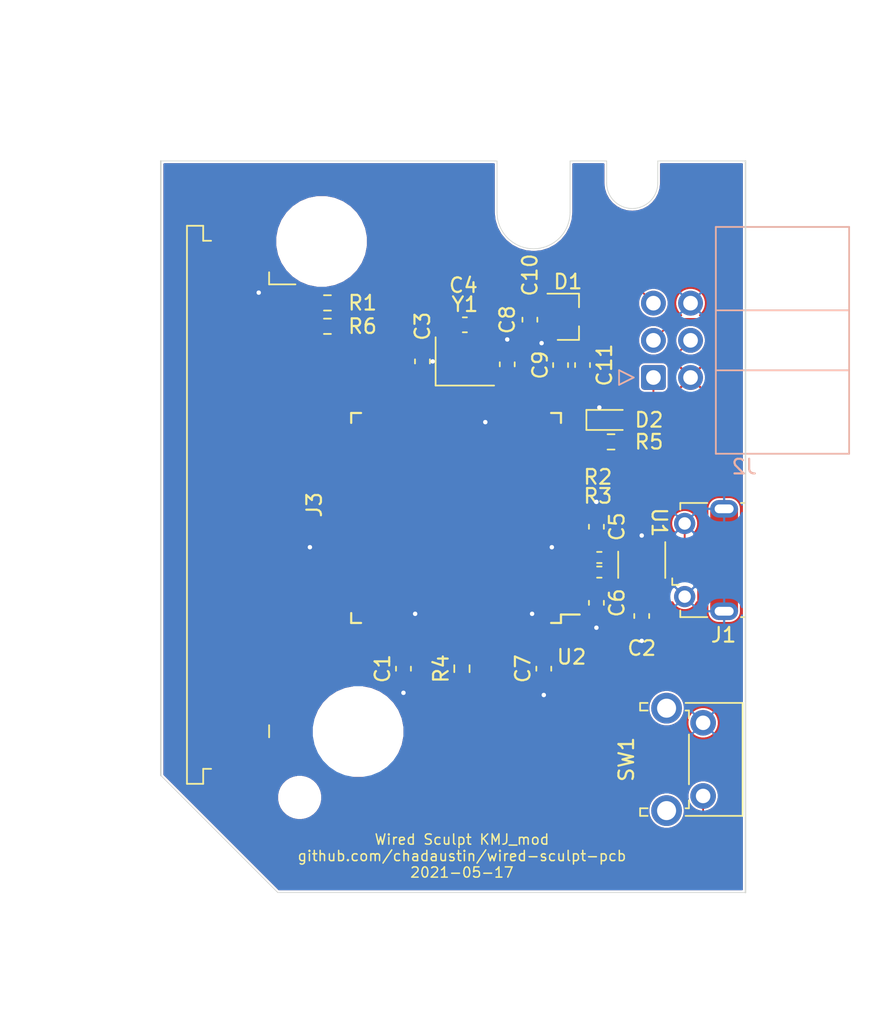
<source format=kicad_pcb>
(kicad_pcb (version 20171130) (host pcbnew "(5.1.9)-1")
  (layers (0 F.Cu signal) (31 B.Cu signal) (34 B.Paste user) (35 F.Paste user) (36 B.SilkS user) (37 F.SilkS user) (38 B.Mask user) (39 F.Mask user) (44 Edge.Cuts user))
  (net 0 "")
  (net 1 GND)
  (net 2 "Net-(J1-Pad4)")
  (net 3 LED)
  (net 4 MISO)
  (net 5 MOSI)
  (net 6 SCK)
  (net 7 RST)
  (net 8 "Net-(C4-Pad1)")
  (net 9 VBUS)
  (net 10 /D+)
  (net 11 /D-)
  (net 12 "Net-(C3-Pad1)")
  (net 13 "Net-(C5-Pad1)")
  (net 14 "Net-(C10-Pad2)")
  (net 15 "Net-(D2-Pad2)")
  (net 16 /FN_SW)
  (net 17 /ROW_1)
  (net 18 /ROW_2)
  (net 19 /ROW_3)
  (net 20 /ROW_4)
  (net 21 /ROW_5)
  (net 22 /ROW_6)
  (net 23 /ROW_7)
  (net 24 /ROW_8)
  (net 25 /COL_1)
  (net 26 /COL_2)
  (net 27 /COL_3)
  (net 28 /COL_4)
  (net 29 /COL_5)
  (net 30 /COL_6)
  (net 31 /COL_7)
  (net 32 /COL_8)
  (net 33 /COL_9)
  (net 34 /COL_10)
  (net 35 /COL_11)
  (net 36 /COL_12)
  (net 37 /COL_13)
  (net 38 /COL_14)
  (net 39 /COL_15)
  (net 40 /COL_16)
  (net 41 /COL_17)
  (net 42 /COL_18)
  (net 43 /GREEN_K)
  (net 44 /RED_A)
  (net 45 "Net-(R6-Pad2)")
  (net 46 "Net-(U2-Pad1)")
  (net 47 "Net-(U2-Pad2)")
  (net 48 "Net-(U2-Pad9)")
  (net 49 "Net-(U2-Pad10)")
  (net 50 "Net-(U2-Pad14)")
  (net 51 "Net-(U2-Pad18)")
  (net 52 "Net-(U2-Pad19)")
  (net 53 "Net-(U2-Pad25)")
  (net 54 "Net-(U2-Pad26)")
  (net 55 "Net-(U2-Pad27)")
  (net 56 "Net-(U2-Pad58)")
  (net 57 "Net-(U2-Pad59)")
  (net 58 "Net-(U2-Pad60)")
  (net 59 "Net-(U2-Pad61)")
  (net 60 "Net-(U2-Pad62)")
  (net 61 "Net-(C11-Pad2)")
  (net 62 "Net-(C11-Pad1)")
  (net 63 "Net-(U1-Pad3)")
  (net 64 "Net-(U1-Pad4)")
  (net 65 /DZ+)
  (net 66 /DZ-)
  (module kmj_custom:SW_Tactile_SPST_Angled_MJTP1117 (layer F.Cu) (at 157.1 70.9 270)
    (fp_text reference SW1 (at 0 5.25 90) (layer F.SilkS))
    (fp_text value MJTP1117)
    (pad "" thru_hole circle (at -3.5 2.5 270) (size 2.1 2.1) (drill 1.3) (layers *.Cu *.Mask))
    (pad 1 thru_hole circle (at -2.5 0 270) (size 1.75 1.75) (drill 0.99) (layers *.Cu *.Mask) (net 1 GND))
    (pad 2 thru_hole circle (at 2.5 0 270) (size 1.75 1.75) (drill 0.99) (layers *.Cu *.Mask) (net 7 RST))
    (pad "" thru_hole circle (at 3.5 2.5 270) (size 2.1 2.1) (drill 1.3) (layers *.Cu *.Mask))
  )
  (module Package_TO_SOT_SMD:SOT-23 (layer F.Cu) (at 147.85 40.65)
    (fp_text reference D1 (at 0 -2.4) (layer F.SilkS))
    (fp_text value BAV99)
    (pad 3 smd rect (at 1 0) (size 0.9 0.8) (layers F.Cu F.Paste F.Mask) (net 62 "Net-(C11-Pad1)"))
    (pad 2 smd rect (at -1 0.95) (size 0.9 0.8) (layers F.Cu F.Paste F.Mask) (net 1 GND))
    (pad 1 smd rect (at -1 -0.95) (size 0.9 0.8) (layers F.Cu F.Paste F.Mask) (net 14 "Net-(C10-Pad2)"))
  )
  (module Connector_IDC:IDC-Header_2x03_P2.54mm_Horizontal (layer B.Cu) (at 153.7 44.8)
    (fp_text reference J2 (at 6.215 6.1) (layer B.SilkS) (effects (justify mirror)))
    (fp_text value "AVR-ISP-6 - NOT FITTED")
    (pad 6 thru_hole circle (at 2.54 -5.08) (size 1.7 1.7) (drill 1) (layers *.Cu *.Mask) (net 1 GND))
    (pad 4 thru_hole circle (at 2.54 -2.54) (size 1.7 1.7) (drill 1) (layers *.Cu *.Mask) (net 5 MOSI))
    (pad 2 thru_hole circle (at 2.54 0) (size 1.7 1.7) (drill 1) (layers *.Cu *.Mask) (net 9 VBUS))
    (pad 5 thru_hole circle (at 0 -5.08) (size 1.7 1.7) (drill 1) (layers *.Cu *.Mask) (net 7 RST))
    (pad 3 thru_hole circle (at 0 -2.54) (size 1.7 1.7) (drill 1) (layers *.Cu *.Mask) (net 6 SCK))
    (pad 1 thru_hole roundrect (at 0 0) (size 1.7 1.7) (drill 1) (layers *.Cu *.Mask) (roundrect_rratio 0.1470588235294118) (net 4 MISO))
  )
  (module Crystal:Crystal_SMD_3225-4Pin_3.2x2.5mm (layer F.Cu) (at 140.8 43.7)
    (fp_text reference Y1 (at 0 -3.9) (layer F.SilkS))
    (fp_text value 16M)
    (pad 4 smd rect (at -1.1 -0.85) (size 1.4 1.2) (layers F.Cu F.Paste F.Mask) (net 1 GND))
    (pad 3 smd rect (at 1.1 -0.85) (size 1.4 1.2) (layers F.Cu F.Paste F.Mask) (net 8 "Net-(C4-Pad1)"))
    (pad 2 smd rect (at 1.1 0.85) (size 1.4 1.2) (layers F.Cu F.Paste F.Mask) (net 1 GND))
    (pad 1 smd rect (at -1.1 0.85) (size 1.4 1.2) (layers F.Cu F.Paste F.Mask) (net 12 "Net-(C3-Pad1)"))
  )
  (module Resistor_SMD:R_0603_1608Metric (layer F.Cu) (at 131.4 41.3)
    (fp_text reference R6 (at 2.4 0) (layer F.SilkS))
    (fp_text value 680)
    (pad 2 smd roundrect (at 0.825 0) (size 0.8 0.95) (layers F.Cu F.Paste F.Mask) (net 45 "Net-(R6-Pad2)"))
    (pad 1 smd roundrect (at -0.825 0) (size 0.8 0.95) (layers F.Cu F.Paste F.Mask) (net 44 /RED_A))
  )
  (module Resistor_SMD:R_0603_1608Metric (layer F.Cu) (at 150.8 49.2 180)
    (fp_text reference R5 (at -2.6 0) (layer F.SilkS))
    (fp_text value 680)
    (pad 2 smd roundrect (at 0.825 0 180) (size 0.8 0.95) (layers F.Cu F.Paste F.Mask) (net 3 LED))
    (pad 1 smd roundrect (at -0.825 0 180) (size 0.8 0.95) (layers F.Cu F.Paste F.Mask) (net 15 "Net-(D2-Pad2)"))
  )
  (module Resistor_SMD:R_0402_1005Metric (layer F.Cu) (at 150 58.1)
    (fp_text reference R3 (at -0.1 -5.2) (layer F.SilkS))
    (fp_text value 22)
    (pad 2 smd roundrect (at 0.51 0) (size 0.54 0.64) (layers F.Cu F.Paste F.Mask) (net 11 /D-))
    (pad 1 smd roundrect (at -0.51 0) (size 0.54 0.64) (layers F.Cu F.Paste F.Mask) (net 66 /DZ-))
  )
  (module Resistor_SMD:R_0402_1005Metric (layer F.Cu) (at 150 57.1)
    (fp_text reference R2 (at -0.1 -5.5) (layer F.SilkS))
    (fp_text value 22)
    (pad 2 smd roundrect (at 0.51 0) (size 0.54 0.64) (layers F.Cu F.Paste F.Mask) (net 10 /D+))
    (pad 1 smd roundrect (at -0.51 0) (size 0.54 0.64) (layers F.Cu F.Paste F.Mask) (net 65 /DZ+))
  )
  (module Resistor_SMD:R_0603_1608Metric (layer F.Cu) (at 131.4 39.7)
    (fp_text reference R1 (at 2.4 0) (layer F.SilkS))
    (fp_text value 100)
    (pad 2 smd roundrect (at 0.825 0) (size 0.8 0.95) (layers F.Cu F.Paste F.Mask) (net 14 "Net-(C10-Pad2)"))
    (pad 1 smd roundrect (at -0.825 0) (size 0.8 0.95) (layers F.Cu F.Paste F.Mask) (net 43 /GREEN_K))
  )
  (module Capacitor_SMD:C_0603_1608Metric (layer F.Cu) (at 148.85 43.95 270)
    (fp_text reference C11 (at 0 -1.5 90) (layer F.SilkS))
    (fp_text value 22u)
    (pad 2 smd roundrect (at 0.775 0 270) (size 0.9 0.95) (layers F.Cu F.Paste F.Mask) (net 61 "Net-(C11-Pad2)"))
    (pad 1 smd roundrect (at -0.775 0 270) (size 0.9 0.95) (layers F.Cu F.Paste F.Mask) (net 62 "Net-(C11-Pad1)"))
  )
  (module Capacitor_SMD:C_0603_1608Metric (layer F.Cu) (at 136.6 64.7 90)
    (fp_text reference C1 (at 0 -1.43 90) (layer F.SilkS))
    (fp_text value 100n)
    (pad 2 smd roundrect (at 0.775 0 90) (size 0.9 0.95) (layers F.Cu F.Paste F.Mask) (net 9 VBUS))
    (pad 1 smd roundrect (at -0.775 0 90) (size 0.9 0.95) (layers F.Cu F.Paste F.Mask) (net 1 GND))
  )
  (module Package_QFP:TQFP-64_14x14mm_P0.8mm (layer F.Cu) (at 140.2 54.4 180)
    (fp_text reference U2 (at -7.9 -9.5) (layer F.SilkS))
    (fp_text value AT90USB1286-AU)
    (pad 1 smd rect (at -7.7 -6 180) (size 1.5 0.55) (layers F.Cu F.Paste F.Mask) (net 46 "Net-(U2-Pad1)"))
    (pad 2 smd rect (at -7.7 -5.2 180) (size 1.5 0.55) (layers F.Cu F.Paste F.Mask) (net 47 "Net-(U2-Pad2)"))
    (pad 3 smd rect (at -7.7 -4.4 180) (size 1.5 0.55) (layers F.Cu F.Paste F.Mask) (net 9 VBUS))
    (pad 4 smd rect (at -7.7 -3.6 180) (size 1.5 0.55) (layers F.Cu F.Paste F.Mask) (net 66 /DZ-))
    (pad 5 smd rect (at -7.7 -2.8 180) (size 1.5 0.55) (layers F.Cu F.Paste F.Mask) (net 65 /DZ+))
    (pad 6 smd rect (at -7.7 -2 180) (size 1.5 0.55) (layers F.Cu F.Paste F.Mask) (net 1 GND))
    (pad 7 smd rect (at -7.7 -1.2 180) (size 1.5 0.55) (layers F.Cu F.Paste F.Mask) (net 13 "Net-(C5-Pad1)"))
    (pad 8 smd rect (at -7.7 -0.4 180) (size 1.5 0.55) (layers F.Cu F.Paste F.Mask) (net 9 VBUS))
    (pad 9 smd rect (at -7.7 0.4 180) (size 1.5 0.55) (layers F.Cu F.Paste F.Mask) (net 48 "Net-(U2-Pad9)"))
    (pad 10 smd rect (at -7.7 1.2 180) (size 1.5 0.55) (layers F.Cu F.Paste F.Mask) (net 49 "Net-(U2-Pad10)"))
    (pad 11 smd rect (at -7.7 2 180) (size 1.5 0.55) (layers F.Cu F.Paste F.Mask) (net 6 SCK))
    (pad 12 smd rect (at -7.7 2.8 180) (size 1.5 0.55) (layers F.Cu F.Paste F.Mask) (net 5 MOSI))
    (pad 13 smd rect (at -7.7 3.6 180) (size 1.5 0.55) (layers F.Cu F.Paste F.Mask) (net 4 MISO))
    (pad 14 smd rect (at -7.7 4.4 180) (size 1.5 0.55) (layers F.Cu F.Paste F.Mask) (net 50 "Net-(U2-Pad14)"))
    (pad 15 smd rect (at -7.7 5.2 180) (size 1.5 0.55) (layers F.Cu F.Paste F.Mask) (net 3 LED))
    (pad 16 smd rect (at -7.7 6 180) (size 1.5 0.55) (layers F.Cu F.Paste F.Mask) (net 45 "Net-(R6-Pad2)"))
    (pad 17 smd rect (at -6 7.7 270) (size 1.5 0.55) (layers F.Cu F.Paste F.Mask) (net 61 "Net-(C11-Pad2)"))
    (pad 18 smd rect (at -5.2 7.7 270) (size 1.5 0.55) (layers F.Cu F.Paste F.Mask) (net 51 "Net-(U2-Pad18)"))
    (pad 19 smd rect (at -4.4 7.7 270) (size 1.5 0.55) (layers F.Cu F.Paste F.Mask) (net 52 "Net-(U2-Pad19)"))
    (pad 20 smd rect (at -3.6 7.7 270) (size 1.5 0.55) (layers F.Cu F.Paste F.Mask) (net 7 RST))
    (pad 21 smd rect (at -2.8 7.7 270) (size 1.5 0.55) (layers F.Cu F.Paste F.Mask) (net 9 VBUS))
    (pad 22 smd rect (at -2 7.7 270) (size 1.5 0.55) (layers F.Cu F.Paste F.Mask) (net 1 GND))
    (pad 23 smd rect (at -1.2 7.7 270) (size 1.5 0.55) (layers F.Cu F.Paste F.Mask) (net 8 "Net-(C4-Pad1)"))
    (pad 24 smd rect (at -0.4 7.7 270) (size 1.5 0.55) (layers F.Cu F.Paste F.Mask) (net 12 "Net-(C3-Pad1)"))
    (pad 25 smd rect (at 0.4 7.7 270) (size 1.5 0.55) (layers F.Cu F.Paste F.Mask) (net 53 "Net-(U2-Pad25)"))
    (pad 26 smd rect (at 1.2 7.7 270) (size 1.5 0.55) (layers F.Cu F.Paste F.Mask) (net 54 "Net-(U2-Pad26)"))
    (pad 27 smd rect (at 2 7.7 270) (size 1.5 0.55) (layers F.Cu F.Paste F.Mask) (net 55 "Net-(U2-Pad27)"))
    (pad 28 smd rect (at 2.8 7.7 270) (size 1.5 0.55) (layers F.Cu F.Paste F.Mask) (net 42 /COL_18))
    (pad 29 smd rect (at 3.6 7.7 270) (size 1.5 0.55) (layers F.Cu F.Paste F.Mask) (net 41 /COL_17))
    (pad 30 smd rect (at 4.4 7.7 270) (size 1.5 0.55) (layers F.Cu F.Paste F.Mask) (net 40 /COL_16))
    (pad 31 smd rect (at 5.2 7.7 270) (size 1.5 0.55) (layers F.Cu F.Paste F.Mask) (net 39 /COL_15))
    (pad 32 smd rect (at 6 7.7 270) (size 1.5 0.55) (layers F.Cu F.Paste F.Mask) (net 38 /COL_14))
    (pad 33 smd rect (at 7.7 6 180) (size 1.5 0.55) (layers F.Cu F.Paste F.Mask) (net 37 /COL_13))
    (pad 34 smd rect (at 7.7 5.2 180) (size 1.5 0.55) (layers F.Cu F.Paste F.Mask) (net 36 /COL_12))
    (pad 35 smd rect (at 7.7 4.4 180) (size 1.5 0.55) (layers F.Cu F.Paste F.Mask) (net 35 /COL_11))
    (pad 36 smd rect (at 7.7 3.6 180) (size 1.5 0.55) (layers F.Cu F.Paste F.Mask) (net 34 /COL_10))
    (pad 37 smd rect (at 7.7 2.8 180) (size 1.5 0.55) (layers F.Cu F.Paste F.Mask) (net 33 /COL_9))
    (pad 38 smd rect (at 7.7 2 180) (size 1.5 0.55) (layers F.Cu F.Paste F.Mask) (net 32 /COL_8))
    (pad 39 smd rect (at 7.7 1.2 180) (size 1.5 0.55) (layers F.Cu F.Paste F.Mask) (net 31 /COL_7))
    (pad 40 smd rect (at 7.7 0.4 180) (size 1.5 0.55) (layers F.Cu F.Paste F.Mask) (net 30 /COL_6))
    (pad 41 smd rect (at 7.7 -0.4 180) (size 1.5 0.55) (layers F.Cu F.Paste F.Mask) (net 29 /COL_5))
    (pad 42 smd rect (at 7.7 -1.2 180) (size 1.5 0.55) (layers F.Cu F.Paste F.Mask) (net 28 /COL_4))
    (pad 43 smd rect (at 7.7 -2 180) (size 1.5 0.55) (layers F.Cu F.Paste F.Mask) (net 1 GND))
    (pad 44 smd rect (at 7.7 -2.8 180) (size 1.5 0.55) (layers F.Cu F.Paste F.Mask) (net 27 /COL_3))
    (pad 45 smd rect (at 7.7 -3.6 180) (size 1.5 0.55) (layers F.Cu F.Paste F.Mask) (net 26 /COL_2))
    (pad 46 smd rect (at 7.7 -4.4 180) (size 1.5 0.55) (layers F.Cu F.Paste F.Mask) (net 25 /COL_1))
    (pad 47 smd rect (at 7.7 -5.2 180) (size 1.5 0.55) (layers F.Cu F.Paste F.Mask) (net 24 /ROW_8))
    (pad 48 smd rect (at 7.7 -6 180) (size 1.5 0.55) (layers F.Cu F.Paste F.Mask) (net 23 /ROW_7))
    (pad 49 smd rect (at 6 -7.7 270) (size 1.5 0.55) (layers F.Cu F.Paste F.Mask) (net 22 /ROW_6))
    (pad 50 smd rect (at 5.2 -7.7 270) (size 1.5 0.55) (layers F.Cu F.Paste F.Mask) (net 21 /ROW_5))
    (pad 51 smd rect (at 4.4 -7.7 270) (size 1.5 0.55) (layers F.Cu F.Paste F.Mask) (net 20 /ROW_4))
    (pad 52 smd rect (at 3.6 -7.7 270) (size 1.5 0.55) (layers F.Cu F.Paste F.Mask) (net 9 VBUS))
    (pad 53 smd rect (at 2.8 -7.7 270) (size 1.5 0.55) (layers F.Cu F.Paste F.Mask) (net 1 GND))
    (pad 54 smd rect (at 2 -7.7 270) (size 1.5 0.55) (layers F.Cu F.Paste F.Mask) (net 19 /ROW_3))
    (pad 55 smd rect (at 1.2 -7.7 270) (size 1.5 0.55) (layers F.Cu F.Paste F.Mask) (net 18 /ROW_2))
    (pad 56 smd rect (at 0.4 -7.7 270) (size 1.5 0.55) (layers F.Cu F.Paste F.Mask) (net 17 /ROW_1))
    (pad 57 smd rect (at -0.4 -7.7 270) (size 1.5 0.55) (layers F.Cu F.Paste F.Mask) (net 16 /FN_SW))
    (pad 58 smd rect (at -1.2 -7.7 270) (size 1.5 0.55) (layers F.Cu F.Paste F.Mask) (net 56 "Net-(U2-Pad58)"))
    (pad 59 smd rect (at -2 -7.7 270) (size 1.5 0.55) (layers F.Cu F.Paste F.Mask) (net 57 "Net-(U2-Pad59)"))
    (pad 60 smd rect (at -2.8 -7.7 270) (size 1.5 0.55) (layers F.Cu F.Paste F.Mask) (net 58 "Net-(U2-Pad60)"))
    (pad 61 smd rect (at -3.6 -7.7 270) (size 1.5 0.55) (layers F.Cu F.Paste F.Mask) (net 59 "Net-(U2-Pad61)"))
    (pad 62 smd rect (at -4.4 -7.7 270) (size 1.5 0.55) (layers F.Cu F.Paste F.Mask) (net 60 "Net-(U2-Pad62)"))
    (pad 63 smd rect (at -5.2 -7.7 270) (size 1.5 0.55) (layers F.Cu F.Paste F.Mask) (net 1 GND))
    (pad 64 smd rect (at -6 -7.7 270) (size 1.5 0.55) (layers F.Cu F.Paste F.Mask) (net 9 VBUS))
  )
  (module Package_TO_SOT_SMD:SOT-23-6 (layer F.Cu) (at 152.9 57.6 270)
    (fp_text reference U1 (at -2.9 -1.2 270 unlocked) (layer F.SilkS))
    (fp_text value SRV05-4-P-T7)
    (pad 1 smd rect (at -1.1 -0.95 270) (size 1.06 0.65) (layers F.Cu F.Paste F.Mask) (net 10 /D+))
    (pad 2 smd rect (at -1.1 0 270) (size 1.06 0.65) (layers F.Cu F.Paste F.Mask) (net 1 GND))
    (pad 3 smd rect (at -1.1 0.95 270) (size 1.06 0.65) (layers F.Cu F.Paste F.Mask) (net 63 "Net-(U1-Pad3)"))
    (pad 4 smd rect (at 1.1 0.95 270) (size 1.06 0.65) (layers F.Cu F.Paste F.Mask) (net 64 "Net-(U1-Pad4)"))
    (pad 6 smd rect (at 1.1 -0.95 270) (size 1.06 0.65) (layers F.Cu F.Paste F.Mask) (net 11 /D-))
    (pad 5 smd rect (at 1.1 0 270) (size 1.06 0.65) (layers F.Cu F.Paste F.Mask) (net 9 VBUS))
  )
  (module Resistor_SMD:R_0603_1608Metric (layer F.Cu) (at 140.6 64.7 90)
    (fp_text reference R4 (at 0 -1.43 90) (layer F.SilkS))
    (fp_text value 470k)
    (pad 2 smd roundrect (at 0.825 0 90) (size 0.8 0.95) (layers F.Cu F.Paste F.Mask) (net 16 /FN_SW))
    (pad 1 smd roundrect (at -0.825 0 90) (size 0.8 0.95) (layers F.Cu F.Paste F.Mask) (net 9 VBUS))
  )
  (module Connector_USB:USB_Micro-B_Molex-105017-0001 (layer F.Cu) (at 157.3 57.275 90)
    (fp_text reference J1 (at -5.12 1.2 180) (layer F.SilkS))
    (fp_text value 10103594-0001LF)
    (pad 6 smd rect (at 1 1.2375 90) (size 1.5 1.9) (layers F.Cu F.Paste F.Mask) (net 1 GND))
    (pad 6 thru_hole circle (at -2.5 -1.4625 90) (size 1.45 1.45) (drill 0.85) (layers *.Cu *.Mask) (net 1 GND))
    (pad 2 smd rect (at -0.65 -1.4625 90) (size 0.4 1.35) (layers F.Cu F.Paste F.Mask) (net 11 /D-))
    (pad 1 smd rect (at -1.3 -1.4625 90) (size 0.4 1.35) (layers F.Cu F.Paste F.Mask) (net 9 VBUS))
    (pad 5 smd rect (at 1.3 -1.4625 90) (size 0.4 1.35) (layers F.Cu F.Paste F.Mask) (net 1 GND))
    (pad 4 smd rect (at 0.65 -1.4625 90) (size 0.4 1.35) (layers F.Cu F.Paste F.Mask) (net 2 "Net-(J1-Pad4)"))
    (pad 3 smd rect (at 0 -1.4625 90) (size 0.4 1.35) (layers F.Cu F.Paste F.Mask) (net 10 /D+))
    (pad 6 thru_hole circle (at 2.5 -1.4625 90) (size 1.45 1.45) (drill 0.85) (layers *.Cu *.Mask) (net 1 GND))
    (pad 6 smd rect (at -1 1.2375 90) (size 1.5 1.9) (layers F.Cu F.Paste F.Mask) (net 1 GND))
    (pad 6 thru_hole oval (at -3.5 1.2375 270) (size 1.2 1.9) (drill oval 0.6 1.3) (layers *.Cu *.Mask) (net 1 GND))
    (pad 6 thru_hole oval (at 3.5 1.2375 90) (size 1.2 1.9) (drill oval 0.6 1.3) (layers *.Cu *.Mask) (net 1 GND))
    (pad 6 smd rect (at 2.9 1.2375 90) (size 1.2 1.9) (layers F.Cu F.Mask) (net 1 GND))
    (pad 6 smd rect (at -2.9 1.2375 90) (size 1.2 1.9) (layers F.Cu F.Mask) (net 1 GND))
  )
  (module LED_SMD:LED_0603_1608Metric_Castellated (layer F.Cu) (at 150.8 47.7)
    (fp_text reference D2 (at 2.6 0 180) (layer F.SilkS))
    (fp_text value Red)
    (pad 2 smd roundrect (at 0.8125 0) (size 1.225 0.85) (layers F.Cu F.Paste F.Mask) (net 15 "Net-(D2-Pad2)"))
    (pad 1 smd roundrect (at -0.8125 0) (size 1.225 0.85) (layers F.Cu F.Paste F.Mask) (net 1 GND))
  )
  (module Capacitor_SMD:C_0603_1608Metric (layer F.Cu) (at 137.9 43.7 90)
    (fp_text reference C3 (at 2.4 0 90) (layer F.SilkS))
    (fp_text value 12p)
    (pad 2 smd roundrect (at 0.775 0 90) (size 0.9 0.95) (layers F.Cu F.Paste F.Mask) (net 1 GND))
    (pad 1 smd roundrect (at -0.775 0 90) (size 0.9 0.95) (layers F.Cu F.Paste F.Mask) (net 12 "Net-(C3-Pad1)"))
  )
  (module Capacitor_SMD:C_0603_1608Metric (layer F.Cu) (at 145.25 40.85 90)
    (fp_text reference C10 (at 3.05 0 90) (layer F.SilkS))
    (fp_text value 22u)
    (pad 2 smd roundrect (at 0.775 0 90) (size 0.9 0.95) (layers F.Cu F.Paste F.Mask) (net 14 "Net-(C10-Pad2)"))
    (pad 1 smd roundrect (at -0.775 0 90) (size 0.9 0.95) (layers F.Cu F.Paste F.Mask) (net 1 GND))
  )
  (module Capacitor_SMD:C_0603_1608Metric (layer F.Cu) (at 147.35 43.95 270)
    (fp_text reference C9 (at 0 1.4 90) (layer F.SilkS))
    (fp_text value 22u)
    (pad 2 smd roundrect (at 0.775 0 270) (size 0.9 0.95) (layers F.Cu F.Paste F.Mask) (net 61 "Net-(C11-Pad2)"))
    (pad 1 smd roundrect (at -0.775 0 270) (size 0.9 0.95) (layers F.Cu F.Paste F.Mask) (net 62 "Net-(C11-Pad1)"))
  )
  (module Capacitor_SMD:C_0603_1608Metric (layer F.Cu) (at 143.7 43.9 270)
    (fp_text reference C8 (at -3.05 0 90) (layer F.SilkS))
    (fp_text value 100n)
    (pad 2 smd roundrect (at 0.775 0 270) (size 0.9 0.95) (layers F.Cu F.Paste F.Mask) (net 9 VBUS))
    (pad 1 smd roundrect (at -0.775 0 270) (size 0.9 0.95) (layers F.Cu F.Paste F.Mask) (net 1 GND))
  )
  (module Capacitor_SMD:C_0603_1608Metric (layer F.Cu) (at 146.2 64.7 90)
    (fp_text reference C7 (at 0 -1.43 90) (layer F.SilkS))
    (fp_text value 100n)
    (pad 2 smd roundrect (at 0.775 0 90) (size 0.9 0.95) (layers F.Cu F.Paste F.Mask) (net 9 VBUS))
    (pad 1 smd roundrect (at -0.775 0 90) (size 0.9 0.95) (layers F.Cu F.Paste F.Mask) (net 1 GND))
  )
  (module Capacitor_SMD:C_0603_1608Metric (layer F.Cu) (at 149.8 60.2 90)
    (fp_text reference C6 (at 0 1.4 90) (layer F.SilkS))
    (fp_text value 100n)
    (pad 2 smd roundrect (at 0.775 0 90) (size 0.9 0.95) (layers F.Cu F.Paste F.Mask) (net 9 VBUS))
    (pad 1 smd roundrect (at -0.775 0 90) (size 0.9 0.95) (layers F.Cu F.Paste F.Mask) (net 1 GND))
  )
  (module Capacitor_SMD:C_0603_1608Metric (layer F.Cu) (at 149.8 55 90)
    (fp_text reference C5 (at 0 1.4 90) (layer F.SilkS))
    (fp_text value 1u)
    (pad 2 smd roundrect (at 0.775 0 90) (size 0.9 0.95) (layers F.Cu F.Paste F.Mask) (net 1 GND))
    (pad 1 smd roundrect (at -0.775 0 90) (size 0.9 0.95) (layers F.Cu F.Paste F.Mask) (net 13 "Net-(C5-Pad1)"))
  )
  (module Capacitor_SMD:C_0603_1608Metric (layer F.Cu) (at 140.8 41.2 180)
    (fp_text reference C4 (at 0.1 2.7) (layer F.SilkS))
    (fp_text value 12p)
    (pad 2 smd roundrect (at 0.775 0 180) (size 0.9 0.95) (layers F.Cu F.Paste F.Mask) (net 1 GND))
    (pad 1 smd roundrect (at -0.775 0 180) (size 0.9 0.95) (layers F.Cu F.Paste F.Mask) (net 8 "Net-(C4-Pad1)"))
  )
  (module Capacitor_SMD:C_0603_1608Metric (layer F.Cu) (at 152.9 61.1 90)
    (fp_text reference C2 (at -2.2 0 180) (layer F.SilkS))
    (fp_text value 10u)
    (pad 2 smd roundrect (at 0.775 0 90) (size 0.9 0.95) (layers F.Cu F.Paste F.Mask) (net 9 VBUS))
    (pad 1 smd roundrect (at -0.775 0 90) (size 0.9 0.95) (layers F.Cu F.Paste F.Mask) (net 1 GND))
  )
  (module Connector_FFC-FPC:TE_3-84952-0_1x30-1MP_P1.0mm_Horizontal (layer F.Cu) (at 126.5 53.5 270)
    (fp_text reference J3 (at 0 -4 90) (layer F.SilkS))
    (fp_text value FFC3B07-30-T)
    (pad 1 smd rect (at -14.5 -1.8 270) (size 0.61 2) (layers F.Cu F.Paste F.Mask) (net 1 GND))
    (pad 2 smd rect (at -13.5 -1.8 270) (size 0.61 2) (layers F.Cu F.Paste F.Mask) (net 43 /GREEN_K))
    (pad 3 smd rect (at -12.5 -1.8 270) (size 0.61 2) (layers F.Cu F.Paste F.Mask) (net 44 /RED_A))
    (pad 4 smd rect (at -11.5 -1.8 270) (size 0.61 2) (layers F.Cu F.Paste F.Mask) (net 42 /COL_18))
    (pad 5 smd rect (at -10.5 -1.8 270) (size 0.61 2) (layers F.Cu F.Paste F.Mask) (net 41 /COL_17))
    (pad 6 smd rect (at -9.5 -1.8 270) (size 0.61 2) (layers F.Cu F.Paste F.Mask) (net 40 /COL_16))
    (pad 7 smd rect (at -8.5 -1.8 270) (size 0.61 2) (layers F.Cu F.Paste F.Mask) (net 39 /COL_15))
    (pad 8 smd rect (at -7.5 -1.8 270) (size 0.61 2) (layers F.Cu F.Paste F.Mask) (net 38 /COL_14))
    (pad 9 smd rect (at -6.5 -1.8 270) (size 0.61 2) (layers F.Cu F.Paste F.Mask) (net 37 /COL_13))
    (pad 10 smd rect (at -5.5 -1.8 270) (size 0.61 2) (layers F.Cu F.Paste F.Mask) (net 36 /COL_12))
    (pad 11 smd rect (at -4.5 -1.8 270) (size 0.61 2) (layers F.Cu F.Paste F.Mask) (net 35 /COL_11))
    (pad 12 smd rect (at -3.5 -1.8 270) (size 0.61 2) (layers F.Cu F.Paste F.Mask) (net 34 /COL_10))
    (pad 13 smd rect (at -2.5 -1.8 270) (size 0.61 2) (layers F.Cu F.Paste F.Mask) (net 33 /COL_9))
    (pad 14 smd rect (at -1.5 -1.8 270) (size 0.61 2) (layers F.Cu F.Paste F.Mask) (net 32 /COL_8))
    (pad 15 smd rect (at -0.5 -1.8 270) (size 0.61 2) (layers F.Cu F.Paste F.Mask) (net 31 /COL_7))
    (pad 16 smd rect (at 0.5 -1.8 270) (size 0.61 2) (layers F.Cu F.Paste F.Mask) (net 30 /COL_6))
    (pad 17 smd rect (at 1.5 -1.8 270) (size 0.61 2) (layers F.Cu F.Paste F.Mask) (net 29 /COL_5))
    (pad 18 smd rect (at 2.5 -1.8 270) (size 0.61 2) (layers F.Cu F.Paste F.Mask) (net 28 /COL_4))
    (pad 19 smd rect (at 3.5 -1.8 270) (size 0.61 2) (layers F.Cu F.Paste F.Mask) (net 27 /COL_3))
    (pad 20 smd rect (at 4.5 -1.8 270) (size 0.61 2) (layers F.Cu F.Paste F.Mask) (net 26 /COL_2))
    (pad 21 smd rect (at 5.5 -1.8 270) (size 0.61 2) (layers F.Cu F.Paste F.Mask) (net 25 /COL_1))
    (pad 22 smd rect (at 6.5 -1.8 270) (size 0.61 2) (layers F.Cu F.Paste F.Mask) (net 24 /ROW_8))
    (pad 23 smd rect (at 7.5 -1.8 270) (size 0.61 2) (layers F.Cu F.Paste F.Mask) (net 23 /ROW_7))
    (pad 24 smd rect (at 8.5 -1.8 270) (size 0.61 2) (layers F.Cu F.Paste F.Mask) (net 22 /ROW_6))
    (pad 25 smd rect (at 9.5 -1.8 270) (size 0.61 2) (layers F.Cu F.Paste F.Mask) (net 21 /ROW_5))
    (pad 26 smd rect (at 10.5 -1.8 270) (size 0.61 2) (layers F.Cu F.Paste F.Mask) (net 20 /ROW_4))
    (pad 27 smd rect (at 11.5 -1.8 270) (size 0.61 2) (layers F.Cu F.Paste F.Mask) (net 19 /ROW_3))
    (pad 28 smd rect (at 12.5 -1.8 270) (size 0.61 2) (layers F.Cu F.Paste F.Mask) (net 18 /ROW_2))
    (pad 29 smd rect (at 13.5 -1.8 270) (size 0.61 2) (layers F.Cu F.Paste F.Mask) (net 17 /ROW_1))
    (pad 30 smd rect (at 14.5 -1.8 270) (size 0.61 2) (layers F.Cu F.Paste F.Mask) (net 16 /FN_SW))
    (pad MP smd rect (at -17.49 1 270) (size 2.68 3.6) (layers F.Cu F.Paste F.Mask Eco2.User))
    (pad MP smd rect (at 17.49 1 270) (size 2.68 3.6) (layers F.Cu F.Paste F.Mask))
  )
  (module MountingHole:MountingHole_2.2mm_M2 (layer F.Cu) (at 131 35.5)
    (fp_text reference H1 hide)
    (fp_text value MountingHoleNorth)
    (pad 1 np_thru_hole circle (at 0 0) (size 2.2 2.2) (drill 2.2) (layers *.Cu *.Mask))
  )
  (module MountingHole:MountingHole_2.2mm_M2 (layer F.Cu) (at 133.5 69)
    (fp_text reference H2 hide)
    (fp_text value MountingHoleSouth)
    (pad 1 np_thru_hole circle (at 0 0) (size 2.2 2.2) (drill 2.2) (layers *.Cu *.Mask))
  )
  (module MountingHole:MountingHole_2.7mm (layer F.Cu) (at 129.5 73.5)
    (fp_text reference H3 hide)
    (fp_text value AlignmentHole)
    (pad 1 np_thru_hole circle (at 0 0) (size 2.7 2.7) (drill 2.7) (layers *.Cu *.Mask))
  )
  (gr_line (start 160 30) (end 154 30) (layer Edge.Cuts) (width 0.05))
  (gr_line (start 160 30) (end 160 80) (layer Edge.Cuts) (width 0.1))
  (gr_line (start 143 30) (end 120 30) (layer Edge.Cuts) (width 0.05))
  (gr_line (start 120 72) (end 120 30) (layer Edge.Cuts) (width 0.1))
  (gr_text "Wired Sculpt KMJ_mod\ngithub.com/chadaustin/wired-sculpt-pcb\n2021-05-17" (at 140.6 77.5) (layer F.SilkS) (effects (font (size 0.7 0.7) (thickness 0.1))))
  (gr_line (start 154 30) (end 154 31.5) (layer Edge.Cuts) (width 0.05))
  (gr_arc (start 152.25 31.5) (end 150.5 31.5) (angle -180) (layer Edge.Cuts) (width 0.05))
  (gr_line (start 148 30) (end 148 33.5) (layer Edge.Cuts) (width 0.05))
  (gr_line (start 160 80) (end 128 80) (layer Edge.Cuts) (width 0.05))
  (gr_line (start 143 30) (end 143 33.5) (layer Edge.Cuts) (width 0.05))
  (gr_line (start 150.5 31.5) (end 150.5 30) (layer Edge.Cuts) (width 0.05))
  (gr_line (start 148 30) (end 150.5 30) (layer Edge.Cuts) (width 0.05))
  (gr_arc (start 145.5 33.5) (end 143 33.5) (angle -180) (layer Edge.Cuts) (width 0.05))
  (gr_line (start 128 80) (end 120 72) (layer Edge.Cuts) (width 0.05))
  (via (at 126.7 39) (size 0.6) (drill 0.3) (layers F.Cu B.Cu) (net 1))
  (segment (start 128.3 39) (end 126.7 39) (width 0.127) (layer F.Cu) (net 1))
  (segment (start 158.5375 54.38) (end 158.5375 60.78) (width 0.127) (layer F.Cu) (net 1))
  (segment (start 155.8375 55.98) (end 155.8375 54.78) (width 0.127) (layer F.Cu) (net 1))
  (segment (start 146.2 65.475) (end 146.2 66.5) (width 0.127) (layer F.Cu) (net 1))
  (via (at 146.2 66.5) (size 0.6) (drill 0.3) (layers F.Cu B.Cu) (net 1))
  (via (at 149.8 53.3) (size 0.6) (drill 0.3) (layers F.Cu B.Cu) (net 1))
  (segment (start 149.8 54.225) (end 149.8 53.3) (width 0.127) (layer F.Cu) (net 1))
  (via (at 149.8 61.9) (size 0.6) (drill 0.3) (layers F.Cu B.Cu) (net 1))
  (segment (start 149.8 60.975) (end 149.8 61.9) (width 0.127) (layer F.Cu) (net 1))
  (via (at 152.9 62.8) (size 0.6) (drill 0.3) (layers F.Cu B.Cu) (net 1))
  (segment (start 152.9 61.875) (end 152.9 62.8) (width 0.3) (layer F.Cu) (net 1))
  (via (at 130.2 56.4) (size 0.6) (drill 0.3) (layers F.Cu B.Cu) (net 1))
  (segment (start 132.5 56.4) (end 130.2 56.4) (width 0.127) (layer F.Cu) (net 1))
  (segment (start 141.9 44.55) (end 142.15 44.55) (width 0.127) (layer F.Cu) (net 1))
  (via (at 138.6 43.7) (size 0.6) (drill 0.3) (layers F.Cu B.Cu) (net 1))
  (segment (start 137.9 43) (end 138.6 43.7) (width 0.127) (layer F.Cu) (net 1))
  (segment (start 137.9 42.925) (end 137.9 43) (width 0.127) (layer F.Cu) (net 1))
  (segment (start 139.45 42.85) (end 138.6 43.7) (width 0.127) (layer F.Cu) (net 1))
  (segment (start 139.7 42.85) (end 139.45 42.85) (width 0.127) (layer F.Cu) (net 1))
  (segment (start 142.2 44.85) (end 141.9 44.55) (width 0.127) (layer F.Cu) (net 1))
  (segment (start 142.2 46.7) (end 142.2 44.85) (width 0.127) (layer F.Cu) (net 1))
  (segment (start 139.7 41.525) (end 140.025 41.2) (width 0.127) (layer F.Cu) (net 1))
  (segment (start 139.7 42.85) (end 139.7 41.525) (width 0.127) (layer F.Cu) (net 1))
  (via (at 143.7 42.2) (size 0.6) (drill 0.3) (layers F.Cu B.Cu) (net 1))
  (segment (start 143.7 43.125) (end 143.7 42.2) (width 0.127) (layer F.Cu) (net 1))
  (via (at 150 46.85) (size 0.6) (drill 0.3) (layers F.Cu B.Cu) (net 1))
  (segment (start 149.9875 46.8625) (end 150 46.85) (width 0.127) (layer F.Cu) (net 1))
  (segment (start 149.9875 47.7) (end 149.9875 46.8625) (width 0.127) (layer F.Cu) (net 1))
  (via (at 152.9 55.6) (size 0.6) (drill 0.3) (layers F.Cu B.Cu) (net 1))
  (segment (start 152.9 56.5) (end 152.9 55.6) (width 0.3) (layer F.Cu) (net 1))
  (via (at 146.05 42.45) (size 0.6) (drill 0.3) (layers F.Cu B.Cu) (net 1))
  (segment (start 145.25 41.625) (end 146.05 42.425) (width 0.127) (layer F.Cu) (net 1))
  (segment (start 146.05 42.425) (end 146.05 42.45) (width 0.127) (layer F.Cu) (net 1))
  (segment (start 146.05 42.4) (end 146.85 41.6) (width 0.127) (layer F.Cu) (net 1))
  (segment (start 146.05 42.45) (end 146.05 42.4) (width 0.127) (layer F.Cu) (net 1))
  (via (at 146.75 56.4) (size 0.6) (drill 0.3) (layers F.Cu B.Cu) (net 1))
  (segment (start 147.9 56.4) (end 146.75 56.4) (width 0.127) (layer F.Cu) (net 1))
  (via (at 142.2 47.850006) (size 0.6) (drill 0.3) (layers F.Cu B.Cu) (net 1))
  (segment (start 142.2 46.7) (end 142.2 47.850006) (width 0.127) (layer F.Cu) (net 1))
  (via (at 137.4 60.95) (size 0.6) (drill 0.3) (layers F.Cu B.Cu) (net 1))
  (segment (start 137.4 62.1) (end 137.4 60.95) (width 0.127) (layer F.Cu) (net 1))
  (via (at 145.4 60.95) (size 0.6) (drill 0.3) (layers F.Cu B.Cu) (net 1))
  (segment (start 145.4 62.1) (end 145.4 60.95) (width 0.127) (layer F.Cu) (net 1))
  (via (at 136.6 66.35) (size 0.6) (drill 0.3) (layers F.Cu B.Cu) (net 1))
  (segment (start 136.6 65.475) (end 136.6 66.35) (width 0.127) (layer F.Cu) (net 1))
  (segment (start 149.975 49.2) (end 147.9 49.2) (width 0.127) (layer F.Cu) (net 3))
  (segment (start 151.5 50.8) (end 153.7 48.6) (width 0.127) (layer F.Cu) (net 4))
  (segment (start 153.7 48.6) (end 153.7 44.8) (width 0.127) (layer F.Cu) (net 4))
  (segment (start 147.9 50.8) (end 151.5 50.8) (width 0.127) (layer F.Cu) (net 4))
  (segment (start 155.05 47.75) (end 155.05 43.45) (width 0.127) (layer F.Cu) (net 5))
  (segment (start 151.2 51.6) (end 155.05 47.75) (width 0.127) (layer F.Cu) (net 5))
  (segment (start 155.05 43.45) (end 156.24 42.26) (width 0.127) (layer F.Cu) (net 5))
  (segment (start 147.9 51.6) (end 151.2 51.6) (width 0.127) (layer F.Cu) (net 5))
  (segment (start 155.16 40.8) (end 153.7 42.26) (width 0.127) (layer F.Cu) (net 6))
  (segment (start 157.7 41.55) (end 156.95 40.8) (width 0.127) (layer F.Cu) (net 6))
  (segment (start 157.7 45.65) (end 157.7 41.55) (width 0.127) (layer F.Cu) (net 6))
  (segment (start 156.95 40.8) (end 155.16 40.8) (width 0.127) (layer F.Cu) (net 6))
  (segment (start 150.95 52.4) (end 157.7 45.65) (width 0.127) (layer F.Cu) (net 6))
  (segment (start 147.9 52.4) (end 150.95 52.4) (width 0.127) (layer F.Cu) (net 6))
  (segment (start 129.504499 39.495501) (end 130.05 38.95) (width 0.127) (layer F.Cu) (net 7))
  (segment (start 127.156597 39.495501) (end 129.504499 39.495501) (width 0.127) (layer F.Cu) (net 7))
  (segment (start 130.05 38.95) (end 152.93 38.95) (width 0.127) (layer F.Cu) (net 7))
  (segment (start 127.109499 39.542599) (end 127.156597 39.495501) (width 0.127) (layer F.Cu) (net 7))
  (segment (start 152.93 38.95) (end 153.7 39.72) (width 0.127) (layer F.Cu) (net 7))
  (segment (start 127.147599 41.495501) (end 127.109499 41.457401) (width 0.127) (layer F.Cu) (net 7))
  (segment (start 127.109499 41.457401) (end 127.109499 39.542599) (width 0.127) (layer F.Cu) (net 7))
  (segment (start 129.554725 41.495501) (end 127.147599 41.495501) (width 0.127) (layer F.Cu) (net 7))
  (segment (start 133.75 42.1) (end 130.159224 42.1) (width 0.127) (layer F.Cu) (net 7))
  (segment (start 142.475942 40.25) (end 135.6 40.25) (width 0.127) (layer F.Cu) (net 7))
  (segment (start 144.190501 41.964559) (end 142.475942 40.25) (width 0.127) (layer F.Cu) (net 7))
  (segment (start 130.159224 42.1) (end 129.554725 41.495501) (width 0.127) (layer F.Cu) (net 7))
  (segment (start 144.190501 42.049725) (end 144.190501 41.964559) (width 0.127) (layer F.Cu) (net 7))
  (segment (start 135.6 40.25) (end 133.75 42.1) (width 0.127) (layer F.Cu) (net 7))
  (segment (start 144.6 42.459224) (end 144.190501 42.049725) (width 0.127) (layer F.Cu) (net 7))
  (segment (start 144.6 45.1) (end 144.6 42.459224) (width 0.127) (layer F.Cu) (net 7))
  (segment (start 143.8 45.9) (end 144.6 45.1) (width 0.127) (layer F.Cu) (net 7))
  (segment (start 143.8 46.7) (end 143.8 45.9) (width 0.127) (layer F.Cu) (net 7))
  (segment (start 127.101049 41.495501) (end 127.147599 41.495501) (width 0.127) (layer F.Cu) (net 7))
  (segment (start 122.05 46.54655) (end 127.101049 41.495501) (width 0.127) (layer F.Cu) (net 7))
  (segment (start 122.05 71.55) (end 122.05 46.54655) (width 0.127) (layer F.Cu) (net 7))
  (segment (start 126.4 75.9) (end 122.05 71.55) (width 0.127) (layer F.Cu) (net 7))
  (segment (start 155.837436 75.9) (end 126.4 75.9) (width 0.127) (layer F.Cu) (net 7))
  (segment (start 157.1 74.637436) (end 155.837436 75.9) (width 0.127) (layer F.Cu) (net 7))
  (segment (start 157.1 73.4) (end 157.1 74.637436) (width 0.127) (layer F.Cu) (net 7))
  (segment (start 141.975 42.925) (end 141.9 42.85) (width 0.127) (layer F.Cu) (net 8))
  (segment (start 141.65 42.85) (end 141.9 42.85) (width 0.127) (layer F.Cu) (net 8))
  (segment (start 140.9 43.6) (end 141.65 42.85) (width 0.127) (layer F.Cu) (net 8))
  (segment (start 140.9 45.3) (end 140.9 43.6) (width 0.127) (layer F.Cu) (net 8))
  (segment (start 141.4 45.8) (end 140.9 45.3) (width 0.127) (layer F.Cu) (net 8))
  (segment (start 141.4 46.7) (end 141.4 45.8) (width 0.127) (layer F.Cu) (net 8))
  (segment (start 141.9 41.525) (end 141.575 41.2) (width 0.127) (layer F.Cu) (net 8))
  (segment (start 141.9 42.85) (end 141.9 41.525) (width 0.127) (layer F.Cu) (net 8))
  (segment (start 155.8375 58.58) (end 155.3625 58.58) (width 0.127) (layer F.Cu) (net 9))
  (segment (start 152.9 60.325) (end 152.9 58.7) (width 0.2) (layer F.Cu) (net 9))
  (segment (start 152.9 59.1) (end 152.9 58.7) (width 0.2) (layer F.Cu) (net 9))
  (segment (start 153.5 59.7) (end 152.9 59.1) (width 0.2) (layer F.Cu) (net 9))
  (segment (start 154.31875 59.7) (end 153.5 59.7) (width 0.2) (layer F.Cu) (net 9))
  (segment (start 155.44375 58.575) (end 154.31875 59.7) (width 0.2) (layer F.Cu) (net 9))
  (segment (start 155.8375 58.575) (end 155.44375 58.575) (width 0.2) (layer F.Cu) (net 9))
  (segment (start 148.9 59.1) (end 148.6 58.8) (width 0.127) (layer F.Cu) (net 9))
  (segment (start 149.475 59.1) (end 148.9 59.1) (width 0.127) (layer F.Cu) (net 9))
  (segment (start 148.6 58.8) (end 147.9 58.8) (width 0.127) (layer F.Cu) (net 9))
  (segment (start 149.8 59.425) (end 149.475 59.1) (width 0.127) (layer F.Cu) (net 9))
  (segment (start 143 45.375) (end 143.7 44.675) (width 0.127) (layer F.Cu) (net 9))
  (segment (start 143 46.7) (end 143 45.375) (width 0.127) (layer F.Cu) (net 9))
  (segment (start 146.2 63.925) (end 146.2 62.1) (width 0.127) (layer F.Cu) (net 9))
  (segment (start 136.6 63.925) (end 136.6 62.1) (width 0.127) (layer F.Cu) (net 9))
  (segment (start 153.85 56.862202) (end 153.85 56.5) (width 0.254) (layer F.Cu) (net 10))
  (segment (start 153.302702 57.4095) (end 153.85 56.862202) (width 0.254) (layer F.Cu) (net 10))
  (segment (start 150.8195 57.4095) (end 153.302702 57.4095) (width 0.254) (layer F.Cu) (net 10))
  (segment (start 150.51 57.1) (end 150.8195 57.4095) (width 0.254) (layer F.Cu) (net 10))
  (segment (start 155.3625 57.275) (end 155.8375 57.275) (width 0.254) (layer F.Cu) (net 10))
  (segment (start 155.228 57.4095) (end 155.3625 57.275) (width 0.254) (layer F.Cu) (net 10))
  (segment (start 154.4095 57.4095) (end 155.228 57.4095) (width 0.254) (layer F.Cu) (net 10))
  (segment (start 153.85 56.85) (end 154.4095 57.4095) (width 0.254) (layer F.Cu) (net 10))
  (segment (start 153.85 56.5) (end 153.85 56.85) (width 0.254) (layer F.Cu) (net 10))
  (segment (start 153.85 58.337798) (end 153.85 58.7) (width 0.254) (layer F.Cu) (net 11))
  (segment (start 153.302702 57.7905) (end 153.85 58.337798) (width 0.254) (layer F.Cu) (net 11))
  (segment (start 150.8195 57.7905) (end 153.302702 57.7905) (width 0.254) (layer F.Cu) (net 11))
  (segment (start 150.51 58.1) (end 150.8195 57.7905) (width 0.254) (layer F.Cu) (net 11))
  (segment (start 155.3625 57.925) (end 155.8375 57.925) (width 0.254) (layer F.Cu) (net 11))
  (segment (start 155.228 57.7905) (end 155.3625 57.925) (width 0.254) (layer F.Cu) (net 11))
  (segment (start 154.4095 57.7905) (end 155.228 57.7905) (width 0.254) (layer F.Cu) (net 11))
  (segment (start 153.85 58.35) (end 154.4095 57.7905) (width 0.254) (layer F.Cu) (net 11))
  (segment (start 153.85 58.7) (end 153.85 58.35) (width 0.254) (layer F.Cu) (net 11))
  (segment (start 139.625 44.475) (end 139.7 44.55) (width 0.127) (layer F.Cu) (net 12))
  (segment (start 137.9 44.475) (end 139.625 44.475) (width 0.127) (layer F.Cu) (net 12))
  (segment (start 140.6 45.45) (end 139.7 44.55) (width 0.127) (layer F.Cu) (net 12))
  (segment (start 140.6 46.7) (end 140.6 45.45) (width 0.127) (layer F.Cu) (net 12))
  (segment (start 149.8 55.775) (end 149.075 55.775) (width 0.127) (layer F.Cu) (net 13))
  (segment (start 148.9 55.6) (end 147.9 55.6) (width 0.127) (layer F.Cu) (net 13))
  (segment (start 149.075 55.775) (end 148.9 55.6) (width 0.127) (layer F.Cu) (net 13))
  (segment (start 145.625 39.7) (end 145.25 40.075) (width 0.127) (layer F.Cu) (net 14))
  (segment (start 146.85 39.7) (end 145.625 39.7) (width 0.127) (layer F.Cu) (net 14))
  (segment (start 132.525 39.4) (end 132.225 39.7) (width 0.127) (layer F.Cu) (net 14))
  (segment (start 144.575 39.4) (end 132.525 39.4) (width 0.127) (layer F.Cu) (net 14))
  (segment (start 145.25 40.075) (end 144.575 39.4) (width 0.127) (layer F.Cu) (net 14))
  (segment (start 151.625 47.7125) (end 151.6125 47.7) (width 0.127) (layer F.Cu) (net 15))
  (segment (start 151.625 49.2) (end 151.625 47.7125) (width 0.127) (layer F.Cu) (net 15))
  (segment (start 140.6 63.875) (end 140.6 62.1) (width 0.127) (layer F.Cu) (net 16))
  (segment (start 138.85 69.05) (end 138.85 65.625) (width 0.127) (layer F.Cu) (net 16))
  (segment (start 135.3 72.6) (end 138.85 69.05) (width 0.127) (layer F.Cu) (net 16))
  (segment (start 131.7 72.6) (end 135.3 72.6) (width 0.127) (layer F.Cu) (net 16))
  (segment (start 138.85 65.625) (end 140.6 63.875) (width 0.127) (layer F.Cu) (net 16))
  (segment (start 129.8 70.7) (end 131.7 72.6) (width 0.127) (layer F.Cu) (net 16))
  (segment (start 129.8 68.3) (end 129.8 70.7) (width 0.127) (layer F.Cu) (net 16))
  (segment (start 129.5 68) (end 129.8 68.3) (width 0.127) (layer F.Cu) (net 16))
  (segment (start 128.3 68) (end 129.5 68) (width 0.127) (layer F.Cu) (net 16))
  (segment (start 139.8 63.05) (end 139.8 62.1) (width 0.127) (layer F.Cu) (net 17))
  (segment (start 137.85 65) (end 139.8 63.05) (width 0.127) (layer F.Cu) (net 17))
  (segment (start 135.018481 72.163501) (end 137.85 69.331982) (width 0.127) (layer F.Cu) (net 17))
  (segment (start 131.981519 72.163501) (end 135.018481 72.163501) (width 0.127) (layer F.Cu) (net 17))
  (segment (start 130.2 70.381982) (end 131.981519 72.163501) (width 0.127) (layer F.Cu) (net 17))
  (segment (start 130.2 67.773) (end 130.2 70.381982) (width 0.127) (layer F.Cu) (net 17))
  (segment (start 137.85 69.331982) (end 137.85 65) (width 0.127) (layer F.Cu) (net 17))
  (segment (start 129.427 67) (end 130.2 67.773) (width 0.127) (layer F.Cu) (net 17))
  (segment (start 128.3 67) (end 129.427 67) (width 0.127) (layer F.Cu) (net 17))
  (segment (start 139 62.977) (end 139 62.1) (width 0.127) (layer F.Cu) (net 18))
  (segment (start 137.14251 64.83449) (end 139 62.977) (width 0.127) (layer F.Cu) (net 18))
  (segment (start 131.46551 64.83449) (end 137.14251 64.83449) (width 0.127) (layer F.Cu) (net 18))
  (segment (start 130.4 65.9) (end 131.46551 64.83449) (width 0.127) (layer F.Cu) (net 18))
  (segment (start 128.4 65.9) (end 130.4 65.9) (width 0.127) (layer F.Cu) (net 18))
  (segment (start 128.3 66) (end 128.4 65.9) (width 0.127) (layer F.Cu) (net 18))
  (segment (start 138.2 63.387622) (end 138.2 62.1) (width 0.127) (layer F.Cu) (net 19))
  (segment (start 137.022112 64.56551) (end 138.2 63.387622) (width 0.127) (layer F.Cu) (net 19))
  (segment (start 136.01551 64.56551) (end 137.022112 64.56551) (width 0.127) (layer F.Cu) (net 19))
  (segment (start 135.85 64.4) (end 136.01551 64.56551) (width 0.127) (layer F.Cu) (net 19))
  (segment (start 130.9 64.4) (end 135.85 64.4) (width 0.127) (layer F.Cu) (net 19))
  (segment (start 130.3 65) (end 130.9 64.4) (width 0.127) (layer F.Cu) (net 19))
  (segment (start 128.3 65) (end 130.3 65) (width 0.127) (layer F.Cu) (net 19))
  (segment (start 135.8 62.977) (end 135.8 62.1) (width 0.127) (layer F.Cu) (net 20))
  (segment (start 135.027 63.75) (end 135.8 62.977) (width 0.127) (layer F.Cu) (net 20))
  (segment (start 130.55 63.75) (end 135.027 63.75) (width 0.127) (layer F.Cu) (net 20))
  (segment (start 130.3 64) (end 130.55 63.75) (width 0.127) (layer F.Cu) (net 20))
  (segment (start 128.3 64) (end 130.3 64) (width 0.127) (layer F.Cu) (net 20))
  (segment (start 134.727 63.25) (end 135 62.977) (width 0.127) (layer F.Cu) (net 21))
  (segment (start 130.45 63.25) (end 134.727 63.25) (width 0.127) (layer F.Cu) (net 21))
  (segment (start 130.2 63) (end 130.45 63.25) (width 0.127) (layer F.Cu) (net 21))
  (segment (start 135 62.977) (end 135 62.1) (width 0.127) (layer F.Cu) (net 21))
  (segment (start 128.3 63) (end 130.2 63) (width 0.127) (layer F.Cu) (net 21))
  (segment (start 134.1 62) (end 134.2 62.1) (width 0.127) (layer F.Cu) (net 22))
  (segment (start 128.3 62) (end 134.1 62) (width 0.127) (layer F.Cu) (net 22))
  (segment (start 131.5 60.4) (end 130.2 60.4) (width 0.127) (layer F.Cu) (net 23))
  (segment (start 129.6 61) (end 128.3 61) (width 0.127) (layer F.Cu) (net 23))
  (segment (start 130.2 60.4) (end 129.6 61) (width 0.127) (layer F.Cu) (net 23))
  (segment (start 131.5 60.4) (end 132.5 60.4) (width 0.127) (layer F.Cu) (net 23))
  (segment (start 131.5 59.6) (end 130.3 59.6) (width 0.127) (layer F.Cu) (net 24))
  (segment (start 129.9 60) (end 128.3 60) (width 0.127) (layer F.Cu) (net 24))
  (segment (start 130.3 59.6) (end 129.9 60) (width 0.127) (layer F.Cu) (net 24))
  (segment (start 131.5 59.6) (end 132.5 59.6) (width 0.127) (layer F.Cu) (net 24))
  (segment (start 131.5 58.8) (end 130.1 58.8) (width 0.127) (layer F.Cu) (net 25))
  (segment (start 129.9 59) (end 128.3 59) (width 0.127) (layer F.Cu) (net 25))
  (segment (start 130.1 58.8) (end 129.9 59) (width 0.127) (layer F.Cu) (net 25))
  (segment (start 131.5 58.8) (end 132.5 58.8) (width 0.127) (layer F.Cu) (net 25))
  (segment (start 131.5 58) (end 128.3 58) (width 0.127) (layer F.Cu) (net 26))
  (segment (start 131.5 58) (end 132.5 58) (width 0.127) (layer F.Cu) (net 26))
  (segment (start 131.5 57.2) (end 129.9 57.2) (width 0.127) (layer F.Cu) (net 27))
  (segment (start 129.7 57) (end 128.3 57) (width 0.127) (layer F.Cu) (net 27))
  (segment (start 129.9 57.2) (end 129.7 57) (width 0.127) (layer F.Cu) (net 27))
  (segment (start 131.5 57.2) (end 132.5 57.2) (width 0.127) (layer F.Cu) (net 27))
  (segment (start 131.5 55.6) (end 130.3 55.6) (width 0.127) (layer F.Cu) (net 28))
  (segment (start 129.9 56) (end 128.3 56) (width 0.127) (layer F.Cu) (net 28))
  (segment (start 130.3 55.6) (end 129.9 56) (width 0.127) (layer F.Cu) (net 28))
  (segment (start 131.5 55.6) (end 132.5 55.6) (width 0.127) (layer F.Cu) (net 28))
  (segment (start 131.5 54.8) (end 130.3 54.8) (width 0.127) (layer F.Cu) (net 29))
  (segment (start 130.1 55) (end 128.3 55) (width 0.127) (layer F.Cu) (net 29))
  (segment (start 130.3 54.8) (end 130.1 55) (width 0.127) (layer F.Cu) (net 29))
  (segment (start 131.5 54.8) (end 132.5 54.8) (width 0.127) (layer F.Cu) (net 29))
  (segment (start 131.5 54) (end 128.3 54) (width 0.127) (layer F.Cu) (net 30))
  (segment (start 131.5 54) (end 132.5 54) (width 0.127) (layer F.Cu) (net 30))
  (segment (start 131.5 53.2) (end 130.3 53.2) (width 0.127) (layer F.Cu) (net 31))
  (segment (start 130.1 53) (end 128.3 53) (width 0.127) (layer F.Cu) (net 31))
  (segment (start 130.3 53.2) (end 130.1 53) (width 0.127) (layer F.Cu) (net 31))
  (segment (start 131.5 53.2) (end 132.5 53.2) (width 0.127) (layer F.Cu) (net 31))
  (segment (start 131.5 52.4) (end 130.4 52.4) (width 0.127) (layer F.Cu) (net 32))
  (segment (start 130 52) (end 128.3 52) (width 0.127) (layer F.Cu) (net 32))
  (segment (start 130.4 52.4) (end 130 52) (width 0.127) (layer F.Cu) (net 32))
  (segment (start 131.5 52.4) (end 132.5 52.4) (width 0.127) (layer F.Cu) (net 32))
  (segment (start 131.5 51.6) (end 130.6 51.6) (width 0.127) (layer F.Cu) (net 33))
  (segment (start 130 51) (end 128.3 51) (width 0.127) (layer F.Cu) (net 33))
  (segment (start 130.6 51.6) (end 130 51) (width 0.127) (layer F.Cu) (net 33))
  (segment (start 131.5 51.6) (end 132.5 51.6) (width 0.127) (layer F.Cu) (net 33))
  (segment (start 131.5 50.8) (end 130.7 50.8) (width 0.127) (layer F.Cu) (net 34))
  (segment (start 129.9 50) (end 128.3 50) (width 0.127) (layer F.Cu) (net 34))
  (segment (start 130.7 50.8) (end 129.9 50) (width 0.127) (layer F.Cu) (net 34))
  (segment (start 131.5 50.8) (end 132.5 50.8) (width 0.127) (layer F.Cu) (net 34))
  (segment (start 131.5 50) (end 130.7 50) (width 0.127) (layer F.Cu) (net 35))
  (segment (start 129.7 49) (end 128.3 49) (width 0.127) (layer F.Cu) (net 35))
  (segment (start 130.7 50) (end 129.7 49) (width 0.127) (layer F.Cu) (net 35))
  (segment (start 131.5 50) (end 132.5 50) (width 0.127) (layer F.Cu) (net 35))
  (segment (start 129.423 48) (end 128.3 48) (width 0.127) (layer F.Cu) (net 36))
  (segment (start 130.623 49.2) (end 129.423 48) (width 0.127) (layer F.Cu) (net 36))
  (segment (start 131.5 49.2) (end 130.623 49.2) (width 0.127) (layer F.Cu) (net 36))
  (segment (start 131.5 49.2) (end 132.5 49.2) (width 0.127) (layer F.Cu) (net 36))
  (segment (start 130.1 47.5) (end 129.6 47) (width 0.127) (layer F.Cu) (net 37))
  (segment (start 129.6 47) (end 128.3 47) (width 0.127) (layer F.Cu) (net 37))
  (segment (start 130.1 47.8) (end 130.1 47.5) (width 0.127) (layer F.Cu) (net 37))
  (segment (start 130.7 48.4) (end 130.1 47.8) (width 0.127) (layer F.Cu) (net 37))
  (segment (start 131.5 48.4) (end 130.7 48.4) (width 0.127) (layer F.Cu) (net 37))
  (segment (start 131.5 48.4) (end 132.5 48.4) (width 0.127) (layer F.Cu) (net 37))
  (segment (start 130 46) (end 128.3 46) (width 0.127) (layer F.Cu) (net 38))
  (segment (start 130.7 46.7) (end 130 46) (width 0.127) (layer F.Cu) (net 38))
  (segment (start 130.7 46.7) (end 134.2 46.7) (width 0.127) (layer F.Cu) (net 38))
  (segment (start 135 45.823) (end 135 46.7) (width 0.127) (layer F.Cu) (net 39))
  (segment (start 134.177 45) (end 135 45.823) (width 0.127) (layer F.Cu) (net 39))
  (segment (start 128.3 45) (end 134.177 45) (width 0.127) (layer F.Cu) (net 39))
  (segment (start 135.8 45.823) (end 135.8 46.7) (width 0.127) (layer F.Cu) (net 40))
  (segment (start 134.277 44.3) (end 135.8 45.823) (width 0.127) (layer F.Cu) (net 40))
  (segment (start 130.3 44.3) (end 134.277 44.3) (width 0.127) (layer F.Cu) (net 40))
  (segment (start 130 44) (end 130.3 44.3) (width 0.127) (layer F.Cu) (net 40))
  (segment (start 128.3 44) (end 130 44) (width 0.127) (layer F.Cu) (net 40))
  (segment (start 136.6 45.823) (end 136.6 46.7) (width 0.127) (layer F.Cu) (net 41))
  (segment (start 134.277 43.5) (end 136.6 45.823) (width 0.127) (layer F.Cu) (net 41))
  (segment (start 130.4 43.5) (end 134.277 43.5) (width 0.127) (layer F.Cu) (net 41))
  (segment (start 129.9 43) (end 130.4 43.5) (width 0.127) (layer F.Cu) (net 41))
  (segment (start 128.3 43) (end 129.9 43) (width 0.127) (layer F.Cu) (net 41))
  (segment (start 137.4 45.823) (end 137.4 46.7) (width 0.127) (layer F.Cu) (net 42))
  (segment (start 134.277 42.7) (end 137.4 45.823) (width 0.127) (layer F.Cu) (net 42))
  (segment (start 130.4 42.7) (end 134.277 42.7) (width 0.127) (layer F.Cu) (net 42))
  (segment (start 129.7 42) (end 130.4 42.7) (width 0.127) (layer F.Cu) (net 42))
  (segment (start 128.3 42) (end 129.7 42) (width 0.127) (layer F.Cu) (net 42))
  (segment (start 130.575 39.7) (end 130 39.7) (width 0.127) (layer F.Cu) (net 43))
  (segment (start 129.7 40) (end 128.3 40) (width 0.127) (layer F.Cu) (net 43))
  (segment (start 130 39.7) (end 129.7 40) (width 0.127) (layer F.Cu) (net 43))
  (segment (start 130.575 41.3) (end 130 41.3) (width 0.127) (layer F.Cu) (net 44))
  (segment (start 129.7 41) (end 128.3 41) (width 0.127) (layer F.Cu) (net 44))
  (segment (start 130 41.3) (end 129.7 41) (width 0.127) (layer F.Cu) (net 44))
  (segment (start 134.75 39.85) (end 133.3 41.3) (width 0.127) (layer F.Cu) (net 45))
  (segment (start 143.05 39.85) (end 134.75 39.85) (width 0.127) (layer F.Cu) (net 45))
  (segment (start 144.55 41.35) (end 143.05 39.85) (width 0.127) (layer F.Cu) (net 45))
  (segment (start 146.45 43.95) (end 144.55 42.05) (width 0.127) (layer F.Cu) (net 45))
  (segment (start 149.35 43.95) (end 146.45 43.95) (width 0.127) (layer F.Cu) (net 45))
  (segment (start 149.65 44.25) (end 149.35 43.95) (width 0.127) (layer F.Cu) (net 45))
  (segment (start 144.55 42.05) (end 144.55 41.35) (width 0.127) (layer F.Cu) (net 45))
  (segment (start 149.65 45.45) (end 149.65 44.25) (width 0.127) (layer F.Cu) (net 45))
  (segment (start 133.3 41.3) (end 132.225 41.3) (width 0.127) (layer F.Cu) (net 45))
  (segment (start 147.9 47.2) (end 149.65 45.45) (width 0.127) (layer F.Cu) (net 45))
  (segment (start 147.9 48.4) (end 147.9 47.2) (width 0.127) (layer F.Cu) (net 45))
  (segment (start 147.15 44.925) (end 147.35 44.725) (width 0.127) (layer F.Cu) (net 61))
  (segment (start 148.85 44.725) (end 147.35 44.725) (width 0.127) (layer F.Cu) (net 61))
  (segment (start 146.2 45.875) (end 147.35 44.725) (width 0.127) (layer F.Cu) (net 61))
  (segment (start 146.2 46.7) (end 146.2 45.875) (width 0.127) (layer F.Cu) (net 61))
  (segment (start 148.85 43.175) (end 148.85 40.65) (width 0.127) (layer F.Cu) (net 62))
  (segment (start 147.35 43.175) (end 148.85 43.175) (width 0.127) (layer F.Cu) (net 62))
  (segment (start 149.1805 57.4095) (end 149.49 57.1) (width 0.254) (layer F.Cu) (net 65))
  (segment (start 148.5845 57.4095) (end 149.1805 57.4095) (width 0.254) (layer F.Cu) (net 65))
  (segment (start 148.375 57.2) (end 148.5845 57.4095) (width 0.254) (layer F.Cu) (net 65))
  (segment (start 147.9 57.2) (end 148.375 57.2) (width 0.254) (layer F.Cu) (net 65))
  (segment (start 149.1805 57.7905) (end 149.49 58.1) (width 0.254) (layer F.Cu) (net 66))
  (segment (start 148.5845 57.7905) (end 149.1805 57.7905) (width 0.254) (layer F.Cu) (net 66))
  (segment (start 148.375 58) (end 148.5845 57.7905) (width 0.254) (layer F.Cu) (net 66))
  (segment (start 147.9 58) (end 148.375 58) (width 0.254) (layer F.Cu) (net 66))
  (zone (net 1) (net_name GND) (layer B.Cu) (connect_pads thru_hole_only (clearance 0.127)) (min_thickness 0.127) (fill yes (arc_segments 32) (thermal_gap 0.254) (thermal_bridge_width 0.15))
    (polygon (pts (xy 164 84) (xy 114 84) (xy 114 24) (xy 164 24)))
  )
  (zone (net 9) (net_name VBUS) (layer F.Cu) (connect_pads (clearance 0.127)) (min_thickness 0.127) (fill yes (arc_segments 32) (thermal_gap 0.254) (thermal_bridge_width 0.15))
    (polygon (pts (xy 169 89) (xy 109 89) (xy 109 19) (xy 169 19)))
    (polygon (pts (xy 148.8 55.5) (xy 148.8 58.9) (xy 150.9 58.9) (xy 151.6 60.1) (xy 156.7 60.1) (xy 156.7 55.5)))
  )
)
</source>
